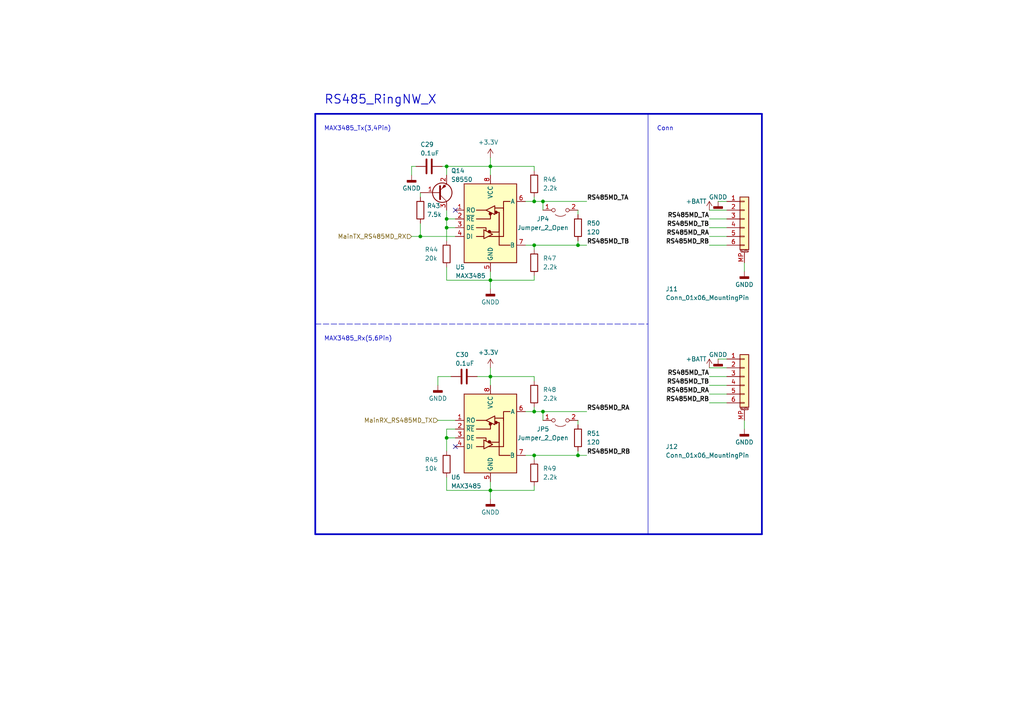
<source format=kicad_sch>
(kicad_sch (version 20230121) (generator eeschema)
  (paper "A4")
  (lib_symbols
    (symbol "Connector_Generic_MountingPin:Conn_01x06_MountingPin" (pin_names (offset 1.016) hide)
      (property "Reference" "J" (at 0 7.62 0))
      (property "Value" "Conn_01x06_MountingPin" (at 1.27 -10.16 0))
      (symbol "Conn_01x06_MountingPin_1_1"
        (rectangle (start -1.27 -7.493) (end 0 -7.747) (stroke (width 0.1524)))
        (rectangle (start -1.27 -4.953) (end 0 -5.207) (stroke (width 0.1524)))
        (rectangle (start -1.27 -2.413) (end 0 -2.667) (stroke (width 0.1524)))
        (rectangle (start -1.27 0.127) (end 0 -0.127) (stroke (width 0.1524)))
        (rectangle (start -1.27 2.667) (end 0 2.413) (stroke (width 0.1524)))
        (rectangle (start -1.27 5.207) (end 0 4.953) (stroke (width 0.1524)))
        (rectangle (start -1.27 6.35) (end 1.27 -8.89) (stroke (width 0.254)) (fill (type background)))
        (polyline (pts (xy -1.016 -9.652) (xy 1.016 -9.652)) (stroke (width 0.1524)))
        (text "Mounting" (at 0 -9.271 0) (effects (font (size 0.381 0.381))))
        (pin passive line (at -5.08 5.08 0) (length 3.81) (name "Pin_1") (number "1"))
        (pin passive line (at -5.08 2.54 0) (length 3.81) (name "Pin_2") (number "2"))
        (pin passive line (at -5.08 0 0) (length 3.81) (name "Pin_3") (number "3"))
        (pin passive line (at -5.08 -2.54 0) (length 3.81) (name "Pin_4") (number "4"))
        (pin passive line (at -5.08 -5.08 0) (length 3.81) (name "Pin_5") (number "5"))
        (pin passive line (at -5.08 -7.62 0) (length 3.81) (name "Pin_6") (number "6"))
        (pin passive line (at 0 -12.7 90) (length 3.048) (name "MountPin") (number "MP"))
      )
    )
    (symbol "Device:C" (pin_numbers hide) (pin_names (offset 0.254))
      (property "Reference" "C" (at 0.635 2.54 0))
      (property "Value" "C" (at 0.635 -2.54 0))
      (symbol "C_0_1"
        (polyline (pts (xy -2.032 -0.762) (xy 2.032 -0.762)) (stroke (width 0.508)))
        (polyline (pts (xy -2.032 0.762) (xy 2.032 0.762)) (stroke (width 0.508)))
      )
      (symbol "C_1_1"
        (pin passive line (at 0 3.81 270) (length 2.794) (name "~") (number "1"))
        (pin passive line (at 0 -3.81 90) (length 2.794) (name "~") (number "2"))
      )
    )
    (symbol "Device:Q_PNP_BEC" (pin_names (offset 0) hide)
      (property "Reference" "Q" (at 5.08 1.27 0))
      (property "Value" "Q_PNP_BEC" (at 5.08 -1.27 0))
      (symbol "Q_PNP_BEC_0_1"
        (polyline (pts (xy 0.635 0.635) (xy 2.54 2.54)))
        (polyline (pts (xy 0.635 -0.635) (xy 2.54 -2.54) (xy 2.54 -2.54)))
        (polyline (pts (xy 0.635 1.905) (xy 0.635 -1.905) (xy 0.635 -1.905)) (stroke (width 0.508)))
        (polyline (pts (xy 2.286 -1.778) (xy 1.778 -2.286) (xy 1.27 -1.27) (xy 2.286 -1.778) (xy 2.286 -1.778)) (fill (type outline)))
        (circle (center 1.27 0) (radius 2.8194) (stroke (width 0.254)))
      )
      (symbol "Q_PNP_BEC_1_1"
        (pin input line (at -5.08 0 0) (length 5.715) (name "B") (number "1"))
        (pin passive line (at 2.54 -5.08 90) (length 2.54) (name "E") (number "2"))
        (pin passive line (at 2.54 5.08 270) (length 2.54) (name "C") (number "3"))
      )
    )
    (symbol "Device:R" (pin_numbers hide) (pin_names (offset 0))
      (property "Reference" "R" (at 2.032 0 90))
      (property "Value" "R" (at 0 0 90))
      (symbol "R_0_1"
        (rectangle (start -1.016 -2.54) (end 1.016 2.54) (stroke (width 0.254)))
      )
      (symbol "R_1_1"
        (pin passive line (at 0 3.81 270) (length 1.27) (name "~") (number "1"))
        (pin passive line (at 0 -3.81 90) (length 1.27) (name "~") (number "2"))
      )
    )
    (symbol "Jumper:Jumper_2_Open" (pin_names (offset 0) hide)
      (property "Reference" "JP" (at 0 2.794 0))
      (property "Value" "Jumper_2_Open" (at 0 -2.286 0))
      (symbol "Jumper_2_Open_0_0"
        (circle (center -2.032 0) (radius 0.508))
        (circle (center 2.032 0) (radius 0.508))
      )
      (symbol "Jumper_2_Open_0_1"
        (arc (start 1.524 1.27) (mid 0 1.778) (end -1.524 1.27))
      )
      (symbol "Jumper_2_Open_1_1"
        (pin passive line (at -5.08 0 0) (length 2.54) (name "A") (number "1"))
        (pin passive line (at 5.08 0 180) (length 2.54) (name "B") (number "2"))
      )
    )
    (symbol "MAX3485_1"
      (property "Reference" "U?" (at 2.0194 15.24 0))
      (property "Value" "MAX3485" (at 2.0194 12.7 0))
      (symbol "MAX3485_1_0_1"
        (rectangle (start -7.62 10.16) (end 7.62 -12.7) (stroke (width 0.254)) (fill (type background)))
        (circle (center -0.3048 -3.683) (radius 0.3556) (stroke (width 0.254)) (fill (type outline)))
        (circle (center -0.0254 1.4986) (radius 0.3556) (stroke (width 0.254)) (fill (type outline)))
        (polyline (pts (xy -4.064 -5.08) (xy -1.905 -5.08)) (stroke (width 0.254)))
        (polyline (pts (xy -4.064 2.54) (xy -1.27 2.54)) (stroke (width 0.254)))
        (polyline (pts (xy -1.27 -3.2004) (xy -1.27 -3.4544)) (stroke (width 0.254)))
        (polyline (pts (xy -0.635 -5.08) (xy 3.81 -5.08)) (stroke (width 0.254)))
        (polyline (pts (xy -4.064 -2.54) (xy -1.27 -2.54) (xy -1.27 -3.175)) (stroke (width 0.254)))
        (polyline (pts (xy 0 1.27) (xy 0 0) (xy -4.064 0)) (stroke (width 0.254)))
        (polyline (pts (xy 1.27 3.175) (xy 3.81 3.175) (xy 3.81 -5.08)) (stroke (width 0.254)))
        (polyline (pts (xy 2.54 1.905) (xy 2.54 -3.81) (xy 0 -3.81)) (stroke (width 0.254)))
        (polyline (pts (xy -1.905 -3.175) (xy -1.905 -5.715) (xy 0.635 -4.445) (xy -1.905 -3.175)) (stroke (width 0.254)))
        (polyline (pts (xy -1.27 2.54) (xy 1.27 3.81) (xy 1.27 1.27) (xy -1.27 2.54)) (stroke (width 0.254)))
        (polyline (pts (xy 3.81 3.175) (xy 3.81 2.54) (xy 3.81 5.08) (xy 5.715 5.08)) (stroke (width 0.254)))
        (polyline (pts (xy 1.905 1.905) (xy 2.54 1.905) (xy 2.54 -3.81) (xy 2.54 -6.985) (xy 2.54 -7.62) (xy 5.08 -7.62) (xy 5.715 -7.62)) (stroke (width 0.254)))
        (rectangle (start 1.27 3.175) (end 1.27 3.175))
        (circle (center 1.651 1.905) (radius 0.3556) (stroke (width 0.254)) (fill (type outline)))
      )
      (symbol "MAX3485_1_1_1"
        (pin output line (at -10.16 2.54 0) (length 2.54) (name "RO") (number "1"))
        (pin input line (at -10.16 0 0) (length 2.54) (name "~{RE}") (number "2"))
        (pin input line (at -10.16 -2.54 0) (length 2.54) (name "DE") (number "3"))
        (pin input line (at -10.16 -5.08 0) (length 2.54) (name "DI") (number "4"))
        (pin power_in line (at 0 -15.24 90) (length 2.54) (name "GND") (number "5"))
        (pin bidirectional line (at 10.16 5.08 180) (length 2.54) (name "A") (number "6"))
        (pin bidirectional line (at 10.16 -7.62 180) (length 2.54) (name "B") (number "7"))
        (pin power_in line (at 0 12.7 270) (length 2.54) (name "VCC") (number "8"))
      )
    )
    (symbol "power:+3.3V" (power) (pin_names (offset 0))
      (property "Value" "+3.3V" (at 0 3.556 0))
      (symbol "+3.3V_0_1"
        (polyline (pts (xy -0.762 1.27) (xy 0 2.54)))
        (polyline (pts (xy 0 0) (xy 0 2.54)))
        (polyline (pts (xy 0 2.54) (xy 0.762 1.27)))
      )
      (symbol "+3.3V_1_1"
        (pin power_in line (at 0 0 90) (length 0) hide (name "+3.3V") (number "1"))
      )
    )
    (symbol "power:+BATT" (power) (pin_names (offset 0))
      (property "Value" "+BATT" (at 0 3.556 0))
      (symbol "+BATT_0_1"
        (polyline (pts (xy -0.762 1.27) (xy 0 2.54)))
        (polyline (pts (xy 0 0) (xy 0 2.54)))
        (polyline (pts (xy 0 2.54) (xy 0.762 1.27)))
      )
      (symbol "+BATT_1_1"
        (pin power_in line (at 0 0 90) (length 0) hide (name "+BATT") (number "1"))
      )
    )
    (symbol "power:GNDD" (power) (pin_names (offset 0))
      (property "Value" "GNDD" (at 0 -3.175 0))
      (symbol "GNDD_0_1"
        (rectangle (start -1.27 -1.524) (end 1.27 -2.032) (stroke (width 0.254)) (fill (type outline)))
        (polyline (pts (xy 0 0) (xy 0 -1.524)))
      )
      (symbol "GNDD_1_1"
        (pin power_in line (at 0 0 270) (length 0) hide (name "GNDD") (number "1"))
      )
    )
  )
  (junction (at 154.94 58.42))
  (junction (at 142.24 81.28))
  (junction (at 129.54 63.5))
  (junction (at 121.92 68.58))
  (junction (at 167.64 132.08))
  (junction (at 142.24 142.24))
  (junction (at 129.54 48.26))
  (junction (at 154.94 119.38))
  (junction (at 142.24 109.22))
  (junction (at 154.94 71.12))
  (junction (at 167.64 71.12))
  (junction (at 142.24 48.26))
  (junction (at 154.94 132.08))
  (junction (at 129.54 66.04))
  (junction (at 157.48 58.42))
  (junction (at 157.48 119.38))
  (junction (at 129.54 127))
  (no_connect (at 132.08 129.54))
  (no_connect (at 132.08 60.96))
  (wire (pts (xy 127 121.92) (xy 132.08 121.92)))
  (wire (pts (xy 157.48 119.38) (xy 170.18 119.38)))
  (wire (pts (xy 152.4 71.12) (xy 154.94 71.12)))
  (wire (pts (xy 129.54 66.04) (xy 132.08 66.04)))
  (wire (pts (xy 154.94 71.12) (xy 167.64 71.12)))
  (wire (pts (xy 127 111.76) (xy 127 109.22)))
  (wire (pts (xy 210.82 71.12) (xy 205.74 71.12)))
  (wire (pts (xy 121.92 55.88) (xy 121.92 57.15)))
  (wire (pts (xy 154.94 118.11) (xy 154.94 119.38)))
  (wire (pts (xy 157.48 58.42) (xy 170.18 58.42)))
  (wire (pts (xy 167.64 60.96) (xy 167.64 62.23)))
  (wire (pts (xy 129.54 81.28) (xy 142.24 81.28)))
  (wire (pts (xy 167.64 130.81) (xy 167.64 132.08)))
  (wire (pts (xy 154.94 109.22) (xy 154.94 110.49)))
  (wire (pts (xy 154.94 119.38) (xy 157.48 119.38)))
  (wire (pts (xy 154.94 132.08) (xy 167.64 132.08)))
  (wire (pts (xy 210.82 104.14) (xy 208.28 104.14)))
  (wire (pts (xy 154.94 58.42) (xy 157.48 58.42)))
  (wire (pts (xy 152.4 132.08) (xy 154.94 132.08)))
  (polyline (pts (xy 91.44 154.94) (xy 220.98 154.94)) (stroke (width 0.5) (type solid)))
  (wire (pts (xy 215.9 76.2) (xy 215.9 78.74)))
  (polyline (pts (xy 220.98 154.94) (xy 220.98 33.02)) (stroke (width 0.5) (type solid)))
  (wire (pts (xy 210.82 66.04) (xy 205.74 66.04)))
  (polyline (pts (xy 91.44 93.98) (xy 187.96 93.98)) (stroke (width 0) (type dash)))
  (wire (pts (xy 142.24 139.7) (xy 142.24 142.24)))
  (wire (pts (xy 154.94 140.97) (xy 154.94 142.24)))
  (wire (pts (xy 142.24 109.22) (xy 142.24 106.68)))
  (wire (pts (xy 210.82 111.76) (xy 205.74 111.76)))
  (wire (pts (xy 121.92 68.58) (xy 132.08 68.58)))
  (wire (pts (xy 142.24 109.22) (xy 142.24 111.76)))
  (wire (pts (xy 142.24 81.28) (xy 142.24 83.82)))
  (wire (pts (xy 157.48 58.42) (xy 157.48 60.96)))
  (wire (pts (xy 157.48 119.38) (xy 157.48 121.92)))
  (wire (pts (xy 154.94 71.12) (xy 154.94 72.39)))
  (wire (pts (xy 142.24 78.74) (xy 142.24 81.28)))
  (wire (pts (xy 142.24 48.26) (xy 142.24 50.8)))
  (wire (pts (xy 210.82 114.3) (xy 205.74 114.3)))
  (wire (pts (xy 152.4 58.42) (xy 154.94 58.42)))
  (wire (pts (xy 129.54 124.46) (xy 129.54 127)))
  (wire (pts (xy 210.82 109.22) (xy 205.74 109.22)))
  (wire (pts (xy 210.82 68.58) (xy 205.74 68.58)))
  (polyline (pts (xy 220.98 33.02) (xy 91.44 33.02)) (stroke (width 0.5) (type solid)))
  (wire (pts (xy 129.54 138.43) (xy 129.54 142.24)))
  (wire (pts (xy 154.94 132.08) (xy 154.94 133.35)))
  (wire (pts (xy 129.54 142.24) (xy 142.24 142.24)))
  (wire (pts (xy 121.92 64.77) (xy 121.92 68.58)))
  (wire (pts (xy 205.74 60.96) (xy 210.82 60.96)))
  (wire (pts (xy 129.54 63.5) (xy 129.54 66.04)))
  (wire (pts (xy 119.38 50.8) (xy 119.38 48.26)))
  (wire (pts (xy 167.64 71.12) (xy 170.18 71.12)))
  (wire (pts (xy 129.54 127) (xy 129.54 130.81)))
  (polyline (pts (xy 91.44 33.02) (xy 91.44 154.94)) (stroke (width 0.5) (type solid)))
  (wire (pts (xy 129.54 50.8) (xy 129.54 48.26)))
  (wire (pts (xy 154.94 57.15) (xy 154.94 58.42)))
  (wire (pts (xy 119.38 68.58) (xy 121.92 68.58)))
  (wire (pts (xy 142.24 142.24) (xy 154.94 142.24)))
  (wire (pts (xy 138.43 109.22) (xy 142.24 109.22)))
  (wire (pts (xy 142.24 142.24) (xy 142.24 144.78)))
  (wire (pts (xy 142.24 48.26) (xy 154.94 48.26)))
  (wire (pts (xy 142.24 48.26) (xy 142.24 45.72)))
  (wire (pts (xy 129.54 48.26) (xy 142.24 48.26)))
  (wire (pts (xy 129.54 63.5) (xy 132.08 63.5)))
  (wire (pts (xy 129.54 127) (xy 132.08 127)))
  (wire (pts (xy 129.54 77.47) (xy 129.54 81.28)))
  (wire (pts (xy 119.38 48.26) (xy 120.65 48.26)))
  (wire (pts (xy 128.27 48.26) (xy 129.54 48.26)))
  (wire (pts (xy 129.54 124.46) (xy 132.08 124.46)))
  (wire (pts (xy 215.9 121.92) (xy 215.9 124.46)))
  (wire (pts (xy 167.64 121.92) (xy 167.64 123.19)))
  (wire (pts (xy 167.64 69.85) (xy 167.64 71.12)))
  (wire (pts (xy 154.94 48.26) (xy 154.94 49.53)))
  (wire (pts (xy 167.64 132.08) (xy 170.18 132.08)))
  (wire (pts (xy 142.24 109.22) (xy 154.94 109.22)))
  (wire (pts (xy 210.82 63.5) (xy 205.74 63.5)))
  (wire (pts (xy 142.24 81.28) (xy 154.94 81.28)))
  (wire (pts (xy 210.82 58.42) (xy 208.28 58.42)))
  (wire (pts (xy 129.54 66.04) (xy 129.54 69.85)))
  (wire (pts (xy 210.82 116.84) (xy 205.74 116.84)))
  (wire (pts (xy 205.74 106.68) (xy 210.82 106.68)))
  (wire (pts (xy 127 109.22) (xy 130.81 109.22)))
  (wire (pts (xy 152.4 119.38) (xy 154.94 119.38)))
  (wire (pts (xy 129.54 60.96) (xy 129.54 63.5)))
  (wire (pts (xy 154.94 80.01) (xy 154.94 81.28)))
  (rectangle (start 187.96 33.02) (end 187.96 154.94))
  (text "RS485_RingNW_X" (at 93.98 30.48 0) (effects (font (size 2.54 2.54) (thickness 0.254) bold) (justify left bottom)))
  (text "MAX3485_Rx(5,6Pin)" (at 93.98 99.06 0) (effects (font (size 1.27 1.27)) (justify left bottom)))
  (text "MAX3485_Tx(3,4Pin)" (at 93.98 38.1 0) (effects (font (size 1.27 1.27)) (justify left bottom)))
  (text "Conn" (at 190.5 38.1 0) (effects (font (size 1.27 1.27)) (justify left bottom)))
  (label "RS485MD_RB" (at 205.74 116.84 180) (effects (font (thickness 0.254) bold)))
  (label "RS485MD_TB" (at 205.74 66.04 180) (effects (font (thickness 0.254) bold)))
  (label "RS485MD_TB" (at 170.18 71.12 0) (effects (font (thickness 0.254) bold)))
  (label "RS485MD_RB" (at 170.18 132.08 0) (effects (font (thickness 0.254) bold)))
  (label "RS485MD_RA" (at 205.74 68.58 180) (effects (font (thickness 0.254) bold)))
  (label "RS485MD_TA" (at 205.74 63.5 180) (effects (font (thickness 0.254) bold)))
  (label "RS485MD_RB" (at 205.74 71.12 180) (effects (font (thickness 0.254) bold)))
  (label "RS485MD_RA" (at 205.74 114.3 180) (effects (font (thickness 0.254) bold)))
  (label "RS485MD_TA" (at 170.18 58.42 0) (effects (font (thickness 0.254) bold)))
  (label "RS485MD_TA" (at 205.74 109.22 180) (effects (font (thickness 0.254) bold)))
  (label "RS485MD_TB" (at 205.74 111.76 180) (effects (font (thickness 0.254) bold)))
  (label "RS485MD_RA" (at 170.18 119.38 0) (effects (font (thickness 0.254) bold)))
  (hierarchical_label "MainRX_RS485MD_TX" (shape input) (at 127 121.92 180))
  (hierarchical_label "MainTX_RS485MD_RX" (shape input) (at 119.38 68.58 180))
  (symbol (lib_id "power:GNDD") (at 142.24 144.78 0) (unit 1)
    (property "Reference" "#PWR085" (effects hide))
    (property "Value" "GNDD" (at 142.24 148.59 0))
  )
  (symbol (lib_id "Device:R") (at 154.94 53.34 0) (unit 1)
    (property "Reference" "R46" (at 157.48 52.0699 0) (effects (justify left)))
    (property "Value" "2.2k" (at 157.48 54.6099 0) (effects (justify left)))
    (property "Footprint" "Resistor_SMD:R_0402_1005Metric" (effects hide))
  )
  (symbol (lib_id "power:GNDD") (at 215.9 124.46 0) (unit 1)
    (property "Reference" "#PWR098" (effects hide))
    (property "Value" "GNDD" (at 215.9 128.27 0))
  )
  (symbol (lib_id "power:+3.3V") (at 142.24 106.68 0) (unit 1)
    (property "Reference" "#PWR084" (effects hide))
    (property "Value" "+3.3V" (at 141.605 102.235 0))
  )
  (symbol (lib_id "Device:R") (at 129.54 134.62 0) (unit 1)
    (property "Reference" "R45" (at 123.19 133.35 0) (effects (justify left)))
    (property "Value" "10k" (at 123.19 135.89 0) (effects (justify left)))
    (property "Footprint" "Resistor_SMD:R_0402_1005Metric" (effects hide))
  )
  (symbol (lib_id "power:GNDD") (at 208.28 58.42 0) (unit 1)
    (property "Reference" "#PWR0115" (effects hide))
    (property "Value" "GNDD" (at 208.28 57.15 0))
  )
  (symbol (lib_id "power:+3.3V") (at 142.24 45.72 0) (unit 1)
    (property "Reference" "#PWR081" (effects hide))
    (property "Value" "+3.3V" (at 141.605 41.275 0))
  )
  (symbol (lib_id "Jumper:Jumper_2_Open") (at 162.56 60.96 0) (mirror x) (unit 1)
    (property "Reference" "JP4" (at 157.48 63.5 0))
    (property "Value" "Jumper_2_Open" (at 157.48 66.04 0))
    (property "Footprint" "Connector_PinHeader_2.54mm:PinHeader_1x02_P2.54mm_Vertical" (effects hide))
  )
  (symbol (lib_id "power:GNDD") (at 127 111.76 0) (unit 1)
    (property "Reference" "#PWR080" (effects hide))
    (property "Value" "GNDD" (at 127 115.57 0))
  )
  (symbol (lib_id "power:+BATT") (at 205.74 106.68 0) (mirror y) (unit 1)
    (property "Reference" "#PWR096" (effects hide))
    (property "Value" "+BATT" (at 201.93 104.14 0))
  )
  (symbol (lib_id "power:GNDD") (at 215.9 78.74 0) (unit 1)
    (property "Reference" "#PWR0116" (effects hide))
    (property "Value" "GNDD" (at 215.9 82.55 0))
  )
  (symbol (lib_id "Device:R") (at 154.94 114.3 0) (unit 1)
    (property "Reference" "R48" (at 157.48 113.0299 0) (effects (justify left)))
    (property "Value" "2.2k" (at 157.48 115.5699 0) (effects (justify left)))
    (property "Footprint" "Resistor_SMD:R_0402_1005Metric" (effects hide))
  )
  (symbol (lib_id "Device:Q_PNP_BEC") (at 127 55.88 0) (mirror x) (unit 1)
    (property "Reference" "Q14" (at 130.81 49.53 0) (effects (justify left)))
    (property "Value" "S8550" (at 130.81 52.07 0) (effects (justify left)))
    (property "Footprint" "Package_TO_SOT_SMD:SOT-23" (effects hide))
  )
  (symbol (lib_id "Device:R") (at 121.92 60.96 0) (unit 1)
    (property "Reference" "R43" (at 123.825 59.6899 0) (effects (justify left)))
    (property "Value" "7.5k" (at 123.825 62.2299 0) (effects (justify left)))
    (property "Footprint" "Resistor_SMD:R_0603_1608Metric" (effects hide))
  )
  (symbol (lib_id "Device:R") (at 154.94 76.2 0) (unit 1)
    (property "Reference" "R47" (at 157.48 74.9299 0) (effects (justify left)))
    (property "Value" "2.2k" (at 157.48 77.4699 0) (effects (justify left)))
    (property "Footprint" "Resistor_SMD:R_0402_1005Metric" (effects hide))
  )
  (symbol (lib_id "power:GNDD") (at 142.24 83.82 0) (unit 1)
    (property "Reference" "#PWR082" (effects hide))
    (property "Value" "GNDD" (at 142.24 87.63 0))
  )
  (symbol (lib_id "Connector_Generic_MountingPin:Conn_01x06_MountingPin") (at 215.9 109.22 0) (unit 1)
    (property "Reference" "J12" (at 193.04 129.54 0) (effects (justify left)))
    (property "Value" "Conn_01x06_MountingPin" (at 193.04 132.08 0) (effects (justify left)))
    (property "Footprint" "Connector_Molex:Molex_PicoBlade_53261-0671_1x06-1MP_P1.25mm_Horizontal" (effects hide))
  )
  (symbol (lib_id "Device:C") (at 134.62 109.22 270) (mirror x) (unit 1)
    (property "Reference" "C30" (at 132.08 102.87 90) (effects (justify left)))
    (property "Value" "0.1uF" (at 132.08 105.41 90) (effects (justify left)))
    (property "Footprint" "Capacitor_SMD:C_0402_1005Metric" (effects hide))
  )
  (symbol (lib_id "Device:C") (at 124.46 48.26 270) (mirror x) (unit 1)
    (property "Reference" "C29" (at 121.92 41.91 90) (effects (justify left)))
    (property "Value" "0.1uF" (at 121.92 44.45 90) (effects (justify left)))
    (property "Footprint" "Capacitor_SMD:C_0402_1005Metric" (effects hide))
  )
  (symbol (lib_id "Connector_Generic_MountingPin:Conn_01x06_MountingPin") (at 215.9 63.5 0) (unit 1)
    (property "Reference" "J11" (at 193.04 83.82 0) (effects (justify left)))
    (property "Value" "Conn_01x06_MountingPin" (at 193.04 86.36 0) (effects (justify left)))
    (property "Footprint" "Connector_Molex:Molex_PicoBlade_53261-0671_1x06-1MP_P1.25mm_Horizontal" (effects hide))
  )
  (symbol (lib_id "power:+BATT") (at 205.74 60.96 0) (mirror y) (unit 1)
    (property "Reference" "#PWR0114" (effects hide))
    (property "Value" "+BATT" (at 201.93 58.42 0))
  )
  (symbol (lib_id "Device:R") (at 167.64 127 0) (unit 1)
    (property "Reference" "R51" (at 170.18 125.7299 0) (effects (justify left)))
    (property "Value" "120" (at 170.18 128.2699 0) (effects (justify left)))
    (property "Footprint" "Resistor_SMD:R_0402_1005Metric" (effects hide))
  )
  (symbol (lib_id "power:GNDD") (at 208.28 104.14 0) (unit 1)
    (property "Reference" "#PWR097" (effects hide))
    (property "Value" "GNDD" (at 208.28 102.87 0))
  )
  (symbol (lib_name "MAX3485_1") (lib_id "Interface_UART:MAX3485") (at 142.24 63.5 0) (unit 1)
    (property "Reference" "U5" (at 132.08 77.47 0) (effects (justify left)))
    (property "Value" "MAX3485" (at 132.08 80.01 0) (effects (justify left)))
    (property "Footprint" "Package_SO:SOP-8_3.9x4.9mm_P1.27mm" (effects hide))
    (property "Datasheet" "https://datasheets.maximintegrated.com/en/ds/MAX3483-MAX3491.pdf" (effects hide))
  )
  (symbol (lib_name "MAX3485_1") (lib_id "Interface_UART:MAX3485") (at 142.24 124.46 0) (unit 1)
    (property "Reference" "U6" (at 130.81 138.43 0) (effects (justify left)))
    (property "Value" "MAX3485" (at 130.81 140.97 0) (effects (justify left)))
    (property "Footprint" "Package_SO:SOP-8_3.9x4.9mm_P1.27mm" (effects hide))
    (property "Datasheet" "https://datasheets.maximintegrated.com/en/ds/MAX3483-MAX3491.pdf" (effects hide))
  )
  (symbol (lib_id "Device:R") (at 129.54 73.66 0) (unit 1)
    (property "Reference" "R44" (at 123.19 72.39 0) (effects (justify left)))
    (property "Value" "20k" (at 123.19 74.93 0) (effects (justify left)))
    (property "Footprint" "Resistor_SMD:R_0402_1005Metric" (effects hide))
  )
  (symbol (lib_id "Device:R") (at 154.94 137.16 0) (unit 1)
    (property "Reference" "R49" (at 157.48 135.8899 0) (effects (justify left)))
    (property "Value" "2.2k" (at 157.48 138.4299 0) (effects (justify left)))
    (property "Footprint" "Resistor_SMD:R_0402_1005Metric" (effects hide))
  )
  (symbol (lib_id "Device:R") (at 167.64 66.04 0) (unit 1)
    (property "Reference" "R50" (at 170.18 64.7699 0) (effects (justify left)))
    (property "Value" "120" (at 170.18 67.3099 0) (effects (justify left)))
    (property "Footprint" "Resistor_SMD:R_0402_1005Metric" (effects hide))
  )
  (symbol (lib_id "Jumper:Jumper_2_Open") (at 162.56 121.92 0) (mirror x) (unit 1)
    (property "Reference" "JP5" (at 157.48 124.46 0))
    (property "Value" "Jumper_2_Open" (at 157.48 127 0))
    (property "Footprint" "Connector_PinHeader_2.54mm:PinHeader_1x02_P2.54mm_Vertical" (effects hide))
  )
  (symbol (lib_id "power:GNDD") (at 119.38 50.8 0) (unit 1)
    (property "Reference" "#PWR079" (effects hide))
    (property "Value" "GNDD" (at 119.38 54.61 0))
  )
)
</source>
